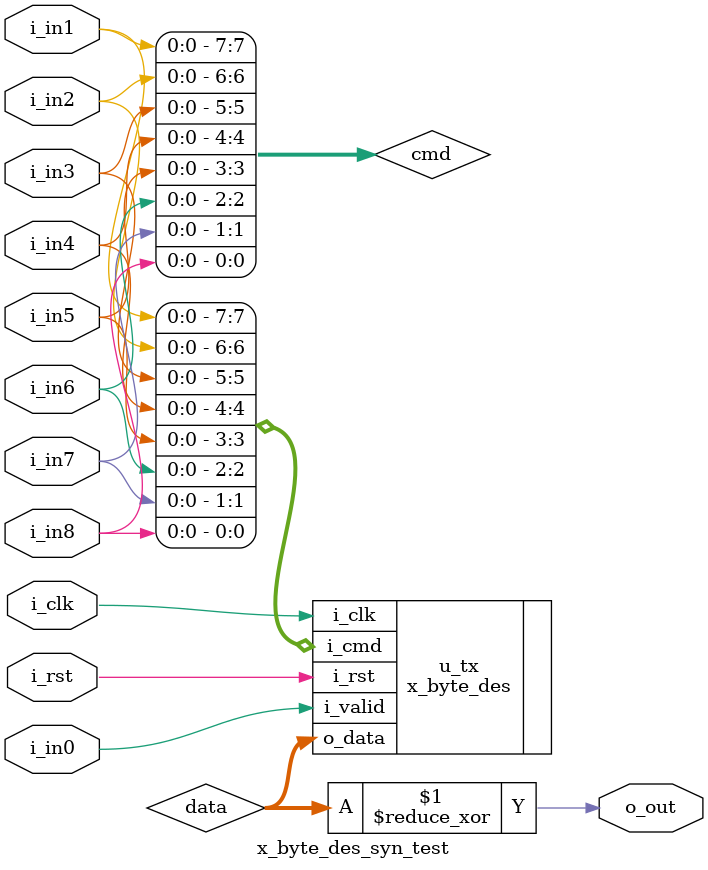
<source format=sv>
module x_byte_des_syn_test (
   input    logic          i_clk,
   input    logic          i_rst,
   input    logic          i_in0,
   input    logic          i_in1,
   input    logic          i_in2,
   input    logic          i_in3,
   input    logic          i_in4,
   input    logic          i_in5,
   input    logic          i_in6,
   input    logic          i_in7,
   input    logic          i_in8,
   output   logic          o_out
);
   logic [7:0]    cmd;
   logic [63:0]   data; 

   assign cmd = { i_in1, 
                  i_in2, 
                  i_in3,
                  i_in4,
                  i_in5,
                  i_in6,
                  i_in7,
                  i_in8 };

   assign o_out = ^data;

   x_byte_des u_tx(
      .i_clk      (i_clk      ),
      .i_rst      (i_rst      ),
      .i_valid    (i_in0      ),
      .i_cmd      (cmd        ),
      .o_data     (data       )
   );

endmodule


</source>
